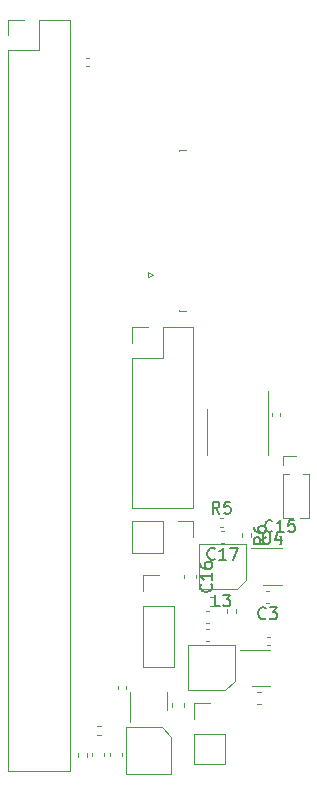
<source format=gbr>
%TF.GenerationSoftware,KiCad,Pcbnew,(6.0.4)*%
%TF.CreationDate,2023-05-26T00:59:56+09:00*%
%TF.ProjectId,BajieHeader,42616a69-6548-4656-9164-65722e6b6963,rev?*%
%TF.SameCoordinates,Original*%
%TF.FileFunction,Legend,Top*%
%TF.FilePolarity,Positive*%
%FSLAX46Y46*%
G04 Gerber Fmt 4.6, Leading zero omitted, Abs format (unit mm)*
G04 Created by KiCad (PCBNEW (6.0.4)) date 2023-05-26 00:59:56*
%MOMM*%
%LPD*%
G01*
G04 APERTURE LIST*
%ADD10C,0.150000*%
%ADD11C,0.120000*%
G04 APERTURE END LIST*
D10*
%TO.C,U4*%
X98983895Y-99211180D02*
X98983895Y-100020704D01*
X99031514Y-100115942D01*
X99079133Y-100163561D01*
X99174371Y-100211180D01*
X99364847Y-100211180D01*
X99460085Y-100163561D01*
X99507704Y-100115942D01*
X99555323Y-100020704D01*
X99555323Y-99211180D01*
X100460085Y-99544514D02*
X100460085Y-100211180D01*
X100221990Y-99163561D02*
X99983895Y-99877847D01*
X100602942Y-99877847D01*
%TO.C,R6*%
X99209180Y-99633066D02*
X98732990Y-99966400D01*
X99209180Y-100204495D02*
X98209180Y-100204495D01*
X98209180Y-99823542D01*
X98256800Y-99728304D01*
X98304419Y-99680685D01*
X98399657Y-99633066D01*
X98542514Y-99633066D01*
X98637752Y-99680685D01*
X98685371Y-99728304D01*
X98732990Y-99823542D01*
X98732990Y-100204495D01*
X98209180Y-98775923D02*
X98209180Y-98966400D01*
X98256800Y-99061638D01*
X98304419Y-99109257D01*
X98447276Y-99204495D01*
X98637752Y-99252114D01*
X99018704Y-99252114D01*
X99113942Y-99204495D01*
X99161561Y-99156876D01*
X99209180Y-99061638D01*
X99209180Y-98871161D01*
X99161561Y-98775923D01*
X99113942Y-98728304D01*
X99018704Y-98680685D01*
X98780609Y-98680685D01*
X98685371Y-98728304D01*
X98637752Y-98775923D01*
X98590133Y-98871161D01*
X98590133Y-99061638D01*
X98637752Y-99156876D01*
X98685371Y-99204495D01*
X98780609Y-99252114D01*
%TO.C,R5*%
X95286533Y-97656580D02*
X94953200Y-97180390D01*
X94715104Y-97656580D02*
X94715104Y-96656580D01*
X95096057Y-96656580D01*
X95191295Y-96704200D01*
X95238914Y-96751819D01*
X95286533Y-96847057D01*
X95286533Y-96989914D01*
X95238914Y-97085152D01*
X95191295Y-97132771D01*
X95096057Y-97180390D01*
X94715104Y-97180390D01*
X96191295Y-96656580D02*
X95715104Y-96656580D01*
X95667485Y-97132771D01*
X95715104Y-97085152D01*
X95810342Y-97037533D01*
X96048438Y-97037533D01*
X96143676Y-97085152D01*
X96191295Y-97132771D01*
X96238914Y-97228009D01*
X96238914Y-97466104D01*
X96191295Y-97561342D01*
X96143676Y-97608961D01*
X96048438Y-97656580D01*
X95810342Y-97656580D01*
X95715104Y-97608961D01*
X95667485Y-97561342D01*
%TO.C,L3*%
X95362733Y-105511180D02*
X94886542Y-105511180D01*
X94886542Y-104511180D01*
X95600828Y-104511180D02*
X96219876Y-104511180D01*
X95886542Y-104892133D01*
X96029400Y-104892133D01*
X96124638Y-104939752D01*
X96172257Y-104987371D01*
X96219876Y-105082609D01*
X96219876Y-105320704D01*
X96172257Y-105415942D01*
X96124638Y-105463561D01*
X96029400Y-105511180D01*
X95743685Y-105511180D01*
X95648447Y-105463561D01*
X95600828Y-105415942D01*
%TO.C,C17*%
X94886542Y-101456742D02*
X94838923Y-101504361D01*
X94696066Y-101551980D01*
X94600828Y-101551980D01*
X94457971Y-101504361D01*
X94362733Y-101409123D01*
X94315114Y-101313885D01*
X94267495Y-101123409D01*
X94267495Y-100980552D01*
X94315114Y-100790076D01*
X94362733Y-100694838D01*
X94457971Y-100599600D01*
X94600828Y-100551980D01*
X94696066Y-100551980D01*
X94838923Y-100599600D01*
X94886542Y-100647219D01*
X95838923Y-101551980D02*
X95267495Y-101551980D01*
X95553209Y-101551980D02*
X95553209Y-100551980D01*
X95457971Y-100694838D01*
X95362733Y-100790076D01*
X95267495Y-100837695D01*
X96172257Y-100551980D02*
X96838923Y-100551980D01*
X96410352Y-101551980D01*
%TO.C,C16*%
X94573342Y-103639857D02*
X94620961Y-103687476D01*
X94668580Y-103830333D01*
X94668580Y-103925571D01*
X94620961Y-104068428D01*
X94525723Y-104163666D01*
X94430485Y-104211285D01*
X94240009Y-104258904D01*
X94097152Y-104258904D01*
X93906676Y-104211285D01*
X93811438Y-104163666D01*
X93716200Y-104068428D01*
X93668580Y-103925571D01*
X93668580Y-103830333D01*
X93716200Y-103687476D01*
X93763819Y-103639857D01*
X94668580Y-102687476D02*
X94668580Y-103258904D01*
X94668580Y-102973190D02*
X93668580Y-102973190D01*
X93811438Y-103068428D01*
X93906676Y-103163666D01*
X93954295Y-103258904D01*
X93668580Y-101830333D02*
X93668580Y-102020809D01*
X93716200Y-102116047D01*
X93763819Y-102163666D01*
X93906676Y-102258904D01*
X94097152Y-102306523D01*
X94478104Y-102306523D01*
X94573342Y-102258904D01*
X94620961Y-102211285D01*
X94668580Y-102116047D01*
X94668580Y-101925571D01*
X94620961Y-101830333D01*
X94573342Y-101782714D01*
X94478104Y-101735095D01*
X94240009Y-101735095D01*
X94144771Y-101782714D01*
X94097152Y-101830333D01*
X94049533Y-101925571D01*
X94049533Y-102116047D01*
X94097152Y-102211285D01*
X94144771Y-102258904D01*
X94240009Y-102306523D01*
%TO.C,C15*%
X99763342Y-99095342D02*
X99715723Y-99142961D01*
X99572866Y-99190580D01*
X99477628Y-99190580D01*
X99334771Y-99142961D01*
X99239533Y-99047723D01*
X99191914Y-98952485D01*
X99144295Y-98762009D01*
X99144295Y-98619152D01*
X99191914Y-98428676D01*
X99239533Y-98333438D01*
X99334771Y-98238200D01*
X99477628Y-98190580D01*
X99572866Y-98190580D01*
X99715723Y-98238200D01*
X99763342Y-98285819D01*
X100715723Y-99190580D02*
X100144295Y-99190580D01*
X100430009Y-99190580D02*
X100430009Y-98190580D01*
X100334771Y-98333438D01*
X100239533Y-98428676D01*
X100144295Y-98476295D01*
X101620485Y-98190580D02*
X101144295Y-98190580D01*
X101096676Y-98666771D01*
X101144295Y-98619152D01*
X101239533Y-98571533D01*
X101477628Y-98571533D01*
X101572866Y-98619152D01*
X101620485Y-98666771D01*
X101668104Y-98762009D01*
X101668104Y-99000104D01*
X101620485Y-99095342D01*
X101572866Y-99142961D01*
X101477628Y-99190580D01*
X101239533Y-99190580D01*
X101144295Y-99142961D01*
X101096676Y-99095342D01*
%TO.C,C3*%
X99198133Y-106485942D02*
X99150514Y-106533561D01*
X99007657Y-106581180D01*
X98912419Y-106581180D01*
X98769561Y-106533561D01*
X98674323Y-106438323D01*
X98626704Y-106343085D01*
X98579085Y-106152609D01*
X98579085Y-106009752D01*
X98626704Y-105819276D01*
X98674323Y-105724038D01*
X98769561Y-105628800D01*
X98912419Y-105581180D01*
X99007657Y-105581180D01*
X99150514Y-105628800D01*
X99198133Y-105676419D01*
X99531466Y-105581180D02*
X100150514Y-105581180D01*
X99817180Y-105962133D01*
X99960038Y-105962133D01*
X100055276Y-106009752D01*
X100102895Y-106057371D01*
X100150514Y-106152609D01*
X100150514Y-106390704D01*
X100102895Y-106485942D01*
X100055276Y-106533561D01*
X99960038Y-106581180D01*
X99674323Y-106581180D01*
X99579085Y-106533561D01*
X99531466Y-106485942D01*
D11*
%TO.C,U4*%
X99745800Y-103718800D02*
X98945800Y-103718800D01*
X99745800Y-100598800D02*
X100545800Y-100598800D01*
X99745800Y-103718800D02*
X100545800Y-103718800D01*
X99745800Y-100598800D02*
X97945800Y-100598800D01*
%TO.C,R6*%
X97966800Y-99312759D02*
X97966800Y-99620041D01*
X97206800Y-99312759D02*
X97206800Y-99620041D01*
%TO.C,R5*%
X95299559Y-97994200D02*
X95606841Y-97994200D01*
X95299559Y-98754200D02*
X95606841Y-98754200D01*
%TO.C,L3*%
X93529400Y-104058800D02*
X93529400Y-100258800D01*
X96729400Y-104058800D02*
X93529400Y-104058800D01*
X97529400Y-103258800D02*
X96729400Y-104058800D01*
X93529400Y-100258800D02*
X97529400Y-100258800D01*
X97529400Y-100258800D02*
X97529400Y-103258800D01*
%TO.C,C17*%
X95669980Y-99159600D02*
X95388820Y-99159600D01*
X95669980Y-100179600D02*
X95388820Y-100179600D01*
%TO.C,C16*%
X92276200Y-102856420D02*
X92276200Y-103137580D01*
X93296200Y-102856420D02*
X93296200Y-103137580D01*
%TO.C,C15*%
X100298364Y-100258200D02*
X100514036Y-100258200D01*
X100298364Y-99538200D02*
X100514036Y-99538200D01*
%TO.C,C3*%
X99505380Y-104188800D02*
X99224220Y-104188800D01*
X99505380Y-105208800D02*
X99224220Y-105208800D01*
%TO.C,R3*%
X94486759Y-104725200D02*
X94794041Y-104725200D01*
X94486759Y-105485200D02*
X94794041Y-105485200D01*
%TO.C,C6*%
X87380401Y-112479435D02*
X87380401Y-112263763D01*
X86660401Y-112479435D02*
X86660401Y-112263763D01*
%TO.C,U2*%
X98806000Y-112278600D02*
X99606000Y-112278600D01*
X98806000Y-109158600D02*
X99606000Y-109158600D01*
X98806000Y-109158600D02*
X97006000Y-109158600D01*
X98806000Y-112278600D02*
X98006000Y-112278600D01*
%TO.C,U1*%
X87721000Y-113514600D02*
X87721000Y-112714600D01*
X87721000Y-113514600D02*
X87721000Y-115314600D01*
X90841000Y-113514600D02*
X90841000Y-114314600D01*
X90841000Y-113514600D02*
X90841000Y-112714600D01*
%TO.C,C7*%
X99333164Y-108818000D02*
X99548836Y-108818000D01*
X99333164Y-108098000D02*
X99548836Y-108098000D01*
%TO.C,J7*%
X88814600Y-110626200D02*
X91474600Y-110626200D01*
X91474600Y-105486200D02*
X91474600Y-110626200D01*
X88814600Y-105486200D02*
X91474600Y-105486200D01*
X88814600Y-104216200D02*
X88814600Y-102886200D01*
X88814600Y-105486200D02*
X88814600Y-110626200D01*
X88814600Y-102886200D02*
X90144600Y-102886200D01*
%TO.C,C4*%
X91285600Y-113727620D02*
X91285600Y-114008780D01*
X92305600Y-113727620D02*
X92305600Y-114008780D01*
%TO.C,J6*%
X102085330Y-98053200D02*
X102887800Y-98053200D01*
X100667800Y-92788200D02*
X101777800Y-92788200D01*
X100667800Y-94308200D02*
X100667800Y-98053200D01*
X102887800Y-94308200D02*
X102887800Y-98053200D01*
X100667800Y-94308200D02*
X101214329Y-94308200D01*
X100667800Y-98053200D02*
X101470270Y-98053200D01*
X102341271Y-94308200D02*
X102887800Y-94308200D01*
X100667800Y-93548200D02*
X100667800Y-92788200D01*
%TO.C,J1*%
X77405000Y-55825000D02*
X78735000Y-55825000D01*
X80005000Y-58425000D02*
X80005000Y-55825000D01*
X77405000Y-119445000D02*
X82605000Y-119445000D01*
X77405000Y-58425000D02*
X77405000Y-119445000D01*
X82605000Y-55825000D02*
X82605000Y-119445000D01*
X77405000Y-58425000D02*
X80005000Y-58425000D01*
X80005000Y-55825000D02*
X82605000Y-55825000D01*
X77405000Y-57155000D02*
X77405000Y-55825000D01*
%TO.C,R4*%
X95936800Y-105738959D02*
X95936800Y-106046241D01*
X96696800Y-105738959D02*
X96696800Y-106046241D01*
%TO.C,J3*%
X93069800Y-81855000D02*
X93069800Y-97215000D01*
X87869800Y-97215000D02*
X93069800Y-97215000D01*
X87869800Y-84455000D02*
X87869800Y-97215000D01*
X87869800Y-83185000D02*
X87869800Y-81855000D01*
X90469800Y-84455000D02*
X90469800Y-81855000D01*
X87869800Y-81855000D02*
X89199800Y-81855000D01*
X87869800Y-84455000D02*
X90469800Y-84455000D01*
X90469800Y-81855000D02*
X93069800Y-81855000D01*
%TO.C,C11*%
X84453001Y-117895219D02*
X84453001Y-118176379D01*
X85473001Y-117895219D02*
X85473001Y-118176379D01*
%TO.C,R2*%
X84936359Y-116381800D02*
X85243641Y-116381800D01*
X84936359Y-115621800D02*
X85243641Y-115621800D01*
%TO.C,C8*%
X99716000Y-89363436D02*
X99716000Y-89147764D01*
X100436000Y-89363436D02*
X100436000Y-89147764D01*
%TO.C,C14*%
X84232636Y-59770600D02*
X84016964Y-59770600D01*
X84232636Y-59050600D02*
X84016964Y-59050600D01*
%TO.C,J5*%
X90474800Y-98288800D02*
X87874800Y-98288800D01*
X93074800Y-98288800D02*
X93074800Y-99618800D01*
X87874800Y-98288800D02*
X87874800Y-100948800D01*
X91744800Y-98288800D02*
X93074800Y-98288800D01*
X90474800Y-98288800D02*
X90474800Y-100948800D01*
X90474800Y-100948800D02*
X87874800Y-100948800D01*
%TO.C,C5*%
X98768780Y-112748600D02*
X98487620Y-112748600D01*
X98768780Y-113768600D02*
X98487620Y-113768600D01*
%TO.C,L1*%
X87381000Y-119731000D02*
X87381000Y-115731000D01*
X87381000Y-115731000D02*
X90381000Y-115731000D01*
X91181000Y-119731000D02*
X87381000Y-119731000D01*
X91181000Y-116531000D02*
X91181000Y-119731000D01*
X90381000Y-115731000D02*
X91181000Y-116531000D01*
%TO.C,C12*%
X94425381Y-105890599D02*
X94144221Y-105890599D01*
X94425381Y-106910599D02*
X94144221Y-106910599D01*
%TO.C,C10*%
X94425381Y-108460000D02*
X94144221Y-108460000D01*
X94425381Y-107440000D02*
X94144221Y-107440000D01*
%TO.C,R1*%
X83287600Y-118265640D02*
X83287600Y-117958358D01*
X84047600Y-118265640D02*
X84047600Y-117958358D01*
%TO.C,C9*%
X86002400Y-117895219D02*
X86002400Y-118176379D01*
X87022400Y-117895219D02*
X87022400Y-118176379D01*
%TO.C,J4*%
X93132600Y-116281200D02*
X95792600Y-116281200D01*
X93132600Y-118881200D02*
X95792600Y-118881200D01*
X93132600Y-115011200D02*
X93132600Y-113681200D01*
X95792600Y-116281200D02*
X95792600Y-118881200D01*
X93132600Y-116281200D02*
X93132600Y-118881200D01*
X93132600Y-113681200D02*
X94462600Y-113681200D01*
%TO.C,L2*%
X95789600Y-112618600D02*
X92589600Y-112618600D01*
X96589600Y-111818600D02*
X95789600Y-112618600D01*
X92589600Y-112618600D02*
X92589600Y-108818600D01*
X92589600Y-108818600D02*
X96589600Y-108818600D01*
X96589600Y-108818600D02*
X96589600Y-111818600D01*
%TO.C,U3*%
X99384800Y-90754200D02*
X99384800Y-92704200D01*
X99384800Y-90754200D02*
X99384800Y-87304200D01*
X94264800Y-90754200D02*
X94264800Y-92704200D01*
X94264800Y-90754200D02*
X94264800Y-88804200D01*
%TO.C,J2*%
X89639000Y-77410000D02*
X89239000Y-77210000D01*
X91829000Y-66835000D02*
X92429000Y-66835000D01*
X89239000Y-77610000D02*
X89639000Y-77410000D01*
X91829000Y-80485000D02*
X92429000Y-80485000D01*
X91829000Y-80375000D02*
X91829000Y-80485000D01*
X91829000Y-66945000D02*
X91829000Y-66835000D01*
X89239000Y-77210000D02*
X89239000Y-77610000D01*
%TD*%
M02*

</source>
